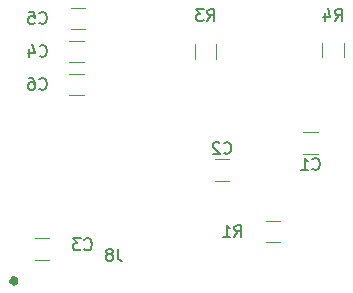
<source format=gbr>
G04 #@! TF.GenerationSoftware,KiCad,Pcbnew,5.1.2-f72e74a~84~ubuntu18.04.1*
G04 #@! TF.CreationDate,2021-05-31T02:13:38+02:00*
G04 #@! TF.ProjectId,USB_I2C_Iface,5553425f-4932-4435-9f49-666163652e6b,rev?*
G04 #@! TF.SameCoordinates,Original*
G04 #@! TF.FileFunction,Legend,Bot*
G04 #@! TF.FilePolarity,Positive*
%FSLAX46Y46*%
G04 Gerber Fmt 4.6, Leading zero omitted, Abs format (unit mm)*
G04 Created by KiCad (PCBNEW 5.1.2-f72e74a~84~ubuntu18.04.1) date 2021-05-31 02:13:38*
%MOMM*%
%LPD*%
G04 APERTURE LIST*
%ADD10C,0.500000*%
%ADD11C,0.120000*%
%ADD12C,0.150000*%
G04 APERTURE END LIST*
D10*
X47296605Y-58801000D02*
G75*
G03X47296605Y-58801000I-179605J0D01*
G01*
D11*
X71660936Y-48027000D02*
X72865064Y-48027000D01*
X71660936Y-46207000D02*
X72865064Y-46207000D01*
X65375064Y-48493000D02*
X64170936Y-48493000D01*
X65375064Y-50313000D02*
X64170936Y-50313000D01*
X48930936Y-55173200D02*
X50135064Y-55173200D01*
X48930936Y-56993200D02*
X50135064Y-56993200D01*
X51851936Y-38460000D02*
X53056064Y-38460000D01*
X51851936Y-40280000D02*
X53056064Y-40280000D01*
X51972936Y-37486000D02*
X53177064Y-37486000D01*
X51972936Y-35666000D02*
X53177064Y-35666000D01*
X51845936Y-41254000D02*
X53050064Y-41254000D01*
X51845936Y-43074000D02*
X53050064Y-43074000D01*
X68485936Y-55520000D02*
X69690064Y-55520000D01*
X68485936Y-53700000D02*
X69690064Y-53700000D01*
X62463000Y-39975064D02*
X62463000Y-38770936D01*
X64283000Y-39975064D02*
X64283000Y-38770936D01*
X75078000Y-39842064D02*
X75078000Y-38637936D01*
X73258000Y-39842064D02*
X73258000Y-38637936D01*
D12*
X72429666Y-49294142D02*
X72477285Y-49341761D01*
X72620142Y-49389380D01*
X72715380Y-49389380D01*
X72858238Y-49341761D01*
X72953476Y-49246523D01*
X73001095Y-49151285D01*
X73048714Y-48960809D01*
X73048714Y-48817952D01*
X73001095Y-48627476D01*
X72953476Y-48532238D01*
X72858238Y-48437000D01*
X72715380Y-48389380D01*
X72620142Y-48389380D01*
X72477285Y-48437000D01*
X72429666Y-48484619D01*
X71477285Y-49389380D02*
X72048714Y-49389380D01*
X71763000Y-49389380D02*
X71763000Y-48389380D01*
X71858238Y-48532238D01*
X71953476Y-48627476D01*
X72048714Y-48675095D01*
X64939666Y-47940142D02*
X64987285Y-47987761D01*
X65130142Y-48035380D01*
X65225380Y-48035380D01*
X65368238Y-47987761D01*
X65463476Y-47892523D01*
X65511095Y-47797285D01*
X65558714Y-47606809D01*
X65558714Y-47463952D01*
X65511095Y-47273476D01*
X65463476Y-47178238D01*
X65368238Y-47083000D01*
X65225380Y-47035380D01*
X65130142Y-47035380D01*
X64987285Y-47083000D01*
X64939666Y-47130619D01*
X64558714Y-47130619D02*
X64511095Y-47083000D01*
X64415857Y-47035380D01*
X64177761Y-47035380D01*
X64082523Y-47083000D01*
X64034904Y-47130619D01*
X63987285Y-47225857D01*
X63987285Y-47321095D01*
X64034904Y-47463952D01*
X64606333Y-48035380D01*
X63987285Y-48035380D01*
X53125666Y-56110142D02*
X53173285Y-56157761D01*
X53316142Y-56205380D01*
X53411380Y-56205380D01*
X53554238Y-56157761D01*
X53649476Y-56062523D01*
X53697095Y-55967285D01*
X53744714Y-55776809D01*
X53744714Y-55633952D01*
X53697095Y-55443476D01*
X53649476Y-55348238D01*
X53554238Y-55253000D01*
X53411380Y-55205380D01*
X53316142Y-55205380D01*
X53173285Y-55253000D01*
X53125666Y-55300619D01*
X52792333Y-55205380D02*
X52173285Y-55205380D01*
X52506619Y-55586333D01*
X52363761Y-55586333D01*
X52268523Y-55633952D01*
X52220904Y-55681571D01*
X52173285Y-55776809D01*
X52173285Y-56014904D01*
X52220904Y-56110142D01*
X52268523Y-56157761D01*
X52363761Y-56205380D01*
X52649476Y-56205380D01*
X52744714Y-56157761D01*
X52792333Y-56110142D01*
X49321666Y-39727142D02*
X49369285Y-39774761D01*
X49512142Y-39822380D01*
X49607380Y-39822380D01*
X49750238Y-39774761D01*
X49845476Y-39679523D01*
X49893095Y-39584285D01*
X49940714Y-39393809D01*
X49940714Y-39250952D01*
X49893095Y-39060476D01*
X49845476Y-38965238D01*
X49750238Y-38870000D01*
X49607380Y-38822380D01*
X49512142Y-38822380D01*
X49369285Y-38870000D01*
X49321666Y-38917619D01*
X48464523Y-39155714D02*
X48464523Y-39822380D01*
X48702619Y-38774761D02*
X48940714Y-39489047D01*
X48321666Y-39489047D01*
X49315666Y-36933142D02*
X49363285Y-36980761D01*
X49506142Y-37028380D01*
X49601380Y-37028380D01*
X49744238Y-36980761D01*
X49839476Y-36885523D01*
X49887095Y-36790285D01*
X49934714Y-36599809D01*
X49934714Y-36456952D01*
X49887095Y-36266476D01*
X49839476Y-36171238D01*
X49744238Y-36076000D01*
X49601380Y-36028380D01*
X49506142Y-36028380D01*
X49363285Y-36076000D01*
X49315666Y-36123619D01*
X48410904Y-36028380D02*
X48887095Y-36028380D01*
X48934714Y-36504571D01*
X48887095Y-36456952D01*
X48791857Y-36409333D01*
X48553761Y-36409333D01*
X48458523Y-36456952D01*
X48410904Y-36504571D01*
X48363285Y-36599809D01*
X48363285Y-36837904D01*
X48410904Y-36933142D01*
X48458523Y-36980761D01*
X48553761Y-37028380D01*
X48791857Y-37028380D01*
X48887095Y-36980761D01*
X48934714Y-36933142D01*
X49315666Y-42521142D02*
X49363285Y-42568761D01*
X49506142Y-42616380D01*
X49601380Y-42616380D01*
X49744238Y-42568761D01*
X49839476Y-42473523D01*
X49887095Y-42378285D01*
X49934714Y-42187809D01*
X49934714Y-42044952D01*
X49887095Y-41854476D01*
X49839476Y-41759238D01*
X49744238Y-41664000D01*
X49601380Y-41616380D01*
X49506142Y-41616380D01*
X49363285Y-41664000D01*
X49315666Y-41711619D01*
X48458523Y-41616380D02*
X48649000Y-41616380D01*
X48744238Y-41664000D01*
X48791857Y-41711619D01*
X48887095Y-41854476D01*
X48934714Y-42044952D01*
X48934714Y-42425904D01*
X48887095Y-42521142D01*
X48839476Y-42568761D01*
X48744238Y-42616380D01*
X48553761Y-42616380D01*
X48458523Y-42568761D01*
X48410904Y-42521142D01*
X48363285Y-42425904D01*
X48363285Y-42187809D01*
X48410904Y-42092571D01*
X48458523Y-42044952D01*
X48553761Y-41997333D01*
X48744238Y-41997333D01*
X48839476Y-42044952D01*
X48887095Y-42092571D01*
X48934714Y-42187809D01*
X55959333Y-56094380D02*
X55959333Y-56808666D01*
X56006952Y-56951523D01*
X56102190Y-57046761D01*
X56245047Y-57094380D01*
X56340285Y-57094380D01*
X55340285Y-56522952D02*
X55435523Y-56475333D01*
X55483142Y-56427714D01*
X55530761Y-56332476D01*
X55530761Y-56284857D01*
X55483142Y-56189619D01*
X55435523Y-56142000D01*
X55340285Y-56094380D01*
X55149809Y-56094380D01*
X55054571Y-56142000D01*
X55006952Y-56189619D01*
X54959333Y-56284857D01*
X54959333Y-56332476D01*
X55006952Y-56427714D01*
X55054571Y-56475333D01*
X55149809Y-56522952D01*
X55340285Y-56522952D01*
X55435523Y-56570571D01*
X55483142Y-56618190D01*
X55530761Y-56713428D01*
X55530761Y-56903904D01*
X55483142Y-56999142D01*
X55435523Y-57046761D01*
X55340285Y-57094380D01*
X55149809Y-57094380D01*
X55054571Y-57046761D01*
X55006952Y-56999142D01*
X54959333Y-56903904D01*
X54959333Y-56713428D01*
X55006952Y-56618190D01*
X55054571Y-56570571D01*
X55149809Y-56522952D01*
X65825666Y-55062380D02*
X66159000Y-54586190D01*
X66397095Y-55062380D02*
X66397095Y-54062380D01*
X66016142Y-54062380D01*
X65920904Y-54110000D01*
X65873285Y-54157619D01*
X65825666Y-54252857D01*
X65825666Y-54395714D01*
X65873285Y-54490952D01*
X65920904Y-54538571D01*
X66016142Y-54586190D01*
X66397095Y-54586190D01*
X64873285Y-55062380D02*
X65444714Y-55062380D01*
X65159000Y-55062380D02*
X65159000Y-54062380D01*
X65254238Y-54205238D01*
X65349476Y-54300476D01*
X65444714Y-54348095D01*
X63539666Y-36780380D02*
X63873000Y-36304190D01*
X64111095Y-36780380D02*
X64111095Y-35780380D01*
X63730142Y-35780380D01*
X63634904Y-35828000D01*
X63587285Y-35875619D01*
X63539666Y-35970857D01*
X63539666Y-36113714D01*
X63587285Y-36208952D01*
X63634904Y-36256571D01*
X63730142Y-36304190D01*
X64111095Y-36304190D01*
X63206333Y-35780380D02*
X62587285Y-35780380D01*
X62920619Y-36161333D01*
X62777761Y-36161333D01*
X62682523Y-36208952D01*
X62634904Y-36256571D01*
X62587285Y-36351809D01*
X62587285Y-36589904D01*
X62634904Y-36685142D01*
X62682523Y-36732761D01*
X62777761Y-36780380D01*
X63063476Y-36780380D01*
X63158714Y-36732761D01*
X63206333Y-36685142D01*
X74334666Y-36774380D02*
X74668000Y-36298190D01*
X74906095Y-36774380D02*
X74906095Y-35774380D01*
X74525142Y-35774380D01*
X74429904Y-35822000D01*
X74382285Y-35869619D01*
X74334666Y-35964857D01*
X74334666Y-36107714D01*
X74382285Y-36202952D01*
X74429904Y-36250571D01*
X74525142Y-36298190D01*
X74906095Y-36298190D01*
X73477523Y-36107714D02*
X73477523Y-36774380D01*
X73715619Y-35726761D02*
X73953714Y-36441047D01*
X73334666Y-36441047D01*
M02*

</source>
